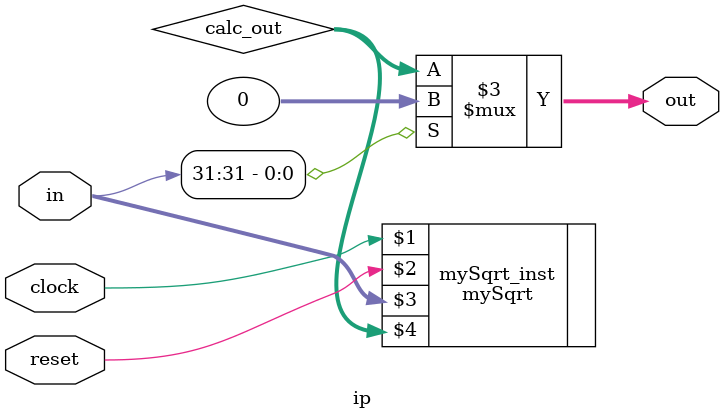
<source format=v>
module ip( input clock,
           input reset,
           input wire[31:0] in, 
           output wire[31:0] out);
	
reg [31:0] calc_out;
mySqrt mySqrt_inst(clock,reset,in,calc_out);


reg [7:0] buffer;  // 8-bit register
reg [8*20:0] str;   // 21-character string
integer my_int;

always @(posedge clock) begin
buffer = 8'hFF; // some 8-bit binary value
buffer[3:0] = 4'b1100; // overwrite the bits 3 through 0
str <= "Hello World!"; // set string
my_int <= 123;       // some integer value
end

assign out = (in[31]==0) ? calc_out : 32'b0;	
			  		  
endmodule
</source>
